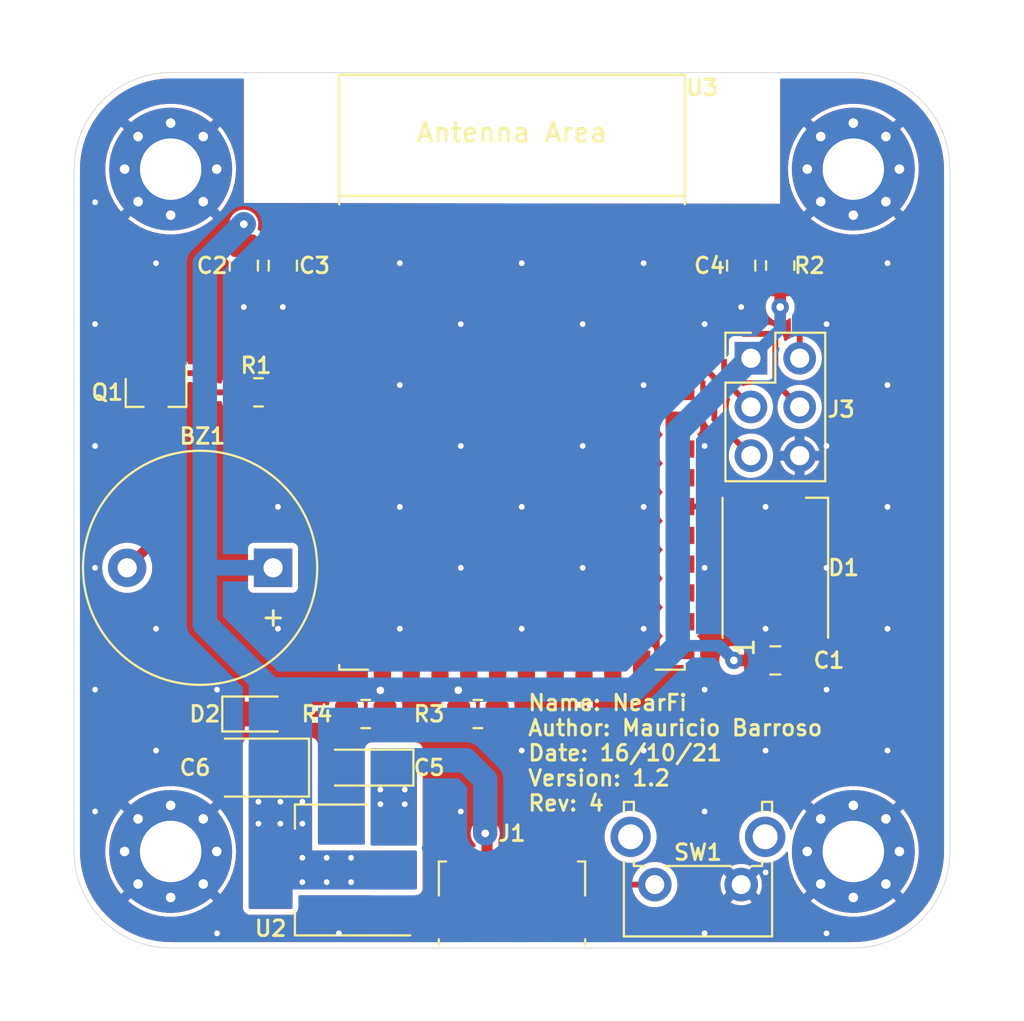
<source format=kicad_pcb>
(kicad_pcb (version 20211014) (generator pcbnew)
  (title_block (title "NearFi") (date "2021-10-16") (rev "4") (comment 3 "email: mbarrosobenavides@gmail.com") (comment 4 "Author: Mauricio Barroso Benavides"))
  (layers (0 "F.Cu" signal) (31 "B.Cu" signal) (34 "B.Paste" user) (35 "F.Paste" user) (36 "B.SilkS" user "B.Silkscreen") (37 "F.SilkS" user "F.Silkscreen") (38 "B.Mask" user) (39 "F.Mask" user) (44 "Edge.Cuts" user))
  (net 0 "")
  (net 1 "+3V3")
  (net 2 "GND")
  (net 3 "+5V")
  (net 4 "/RGB")
  (net 5 "Net-(D2-Pad2)")
  (net 7 "/RXD")
  (net 8 "/TXD")
  (net 9 "Net-(R3-Pad1)")
  (net 10 "Net-(BZ1-Pad2)")
  (net 11 "Net-(Q1-Pad1)")
  (net 12 "/BUZZER")
  (net 13 "/RESET")
  (net 14 "/BOOT")
  (net 15 "/FUNC")
  (footprint "Package_TO_SOT_SMD:SOT-223-3_TabPin2" (layer "F.Cu") (at 139.954 81.788 180)
    (fp_text reference "U2" (at 3.175 -3.048) (layer "F.SilkS") (effects (font (size 0.8128 0.8128) (thickness 0.1524))))
    (fp_text value "TLV1117-33")
    (fp_line (start -4.1 -3.41) (end 1.91 -3.41) (layer "F.SilkS") (width 0.12))
    (fp_line (start -1.85 3.41) (end 1.91 3.41) (layer "F.SilkS") (width 0.12))
    (fp_line (start 1.91 3.41) (end 1.91 2.15) (layer "F.SilkS") (width 0.12))
    (fp_line (start 1.91 -3.41) (end 1.91 -2.15) (layer "F.SilkS") (width 0.12))
    (pad "1" smd rect locked (at -3.15 -2.3 180) (size 2 1.5) (layers "F.Cu" "F.Paste" "F.Mask") (net 2 "GND"))
    (pad "2" smd rect locked (at -3.15 0 180) (size 2 1.5) (layers "F.Cu" "F.Paste" "F.Mask") (net 1 "+3V3"))
    (pad "2" smd rect locked (at 3.15 0 180) (size 2 3.8) (layers "F.Cu" "F.Paste" "F.Mask") (net 1 "+3V3"))
    (pad "3" smd rect locked (at -3.15 2.3 180) (size 2 1.5) (layers "F.Cu" "F.Paste" "F.Mask") (net 3 "+5V"))
  )
  (footprint "Capacitor_SMD:C_0805_2012Metric_Pad1.18x1.45mm_HandSolder" (layer "F.Cu") (at 163.068 70.866)
    (fp_text reference "C1" (at 2.794 0) (layer "F.SilkS") (effects (font (size 0.8128 0.8128) (thickness 0.1524))))
    (fp_text value "100n")
    (fp_line (start -0.261252 -0.735) (end 0.261252 -0.735) (layer "F.SilkS") (width 0.12))
    (fp_line (start -0.261252 0.735) (end 0.261252 0.735) (layer "F.SilkS") (width 0.12))
    (pad "1" smd roundrect locked (at -1.0375 0) (size 1.175 1.45) (layers "F.Cu" "F.Paste" "F.Mask") (roundrect_rratio 0.2127659574) (net 1 "+3V3"))
    (pad "2" smd roundrect locked (at 1.0375 0) (size 1.175 1.45) (layers "F.Cu" "F.Paste" "F.Mask") (roundrect_rratio 0.2127659574) (net 2 "GND"))
  )
  (footprint "Capacitor_SMD:C_0805_2012Metric_Pad1.18x1.45mm_HandSolder" (layer "F.Cu") (at 137.414 50.292 90)
    (fp_text reference "C3" (at 0 1.651 180) (layer "F.SilkS") (effects (font (size 0.8128 0.8128) (thickness 0.1524))))
    (fp_text value "100n")
    (fp_line (start -0.261252 -0.735) (end 0.261252 -0.735) (layer "F.SilkS") (width 0.12))
    (fp_line (start -0.261252 0.735) (end 0.261252 0.735) (layer "F.SilkS") (width 0.12))
    (pad "1" smd roundrect locked (at -1.0375 0 90) (size 1.175 1.45) (layers "F.Cu" "F.Paste" "F.Mask") (roundrect_rratio 0.2127659574) (net 2 "GND"))
    (pad "2" smd roundrect locked (at 1.0375 0 90) (size 1.175 1.45) (layers "F.Cu" "F.Paste" "F.Mask") (roundrect_rratio 0.2127659574) (net 1 "+3V3"))
  )
  (footprint "Capacitor_SMD:C_0805_2012Metric_Pad1.18x1.45mm_HandSolder" (layer "F.Cu") (at 135.382 50.292 90)
    (fp_text reference "C2" (at 0 -1.651 180) (layer "F.SilkS") (effects (font (size 0.8128 0.8128) (thickness 0.1524))))
    (fp_text value "22u")
    (fp_line (start -0.261252 0.735) (end 0.261252 0.735) (layer "F.SilkS") (width 0.12))
    (fp_line (start -0.261252 -0.735) (end 0.261252 -0.735) (layer "F.SilkS") (width 0.12))
    (pad "1" smd roundrect locked (at -1.0375 0 90) (size 1.175 1.45) (layers "F.Cu" "F.Paste" "F.Mask") (roundrect_rratio 0.2127659574) (net 2 "GND"))
    (pad "2" smd roundrect locked (at 1.0375 0 90) (size 1.175 1.45) (layers "F.Cu" "F.Paste" "F.Mask") (roundrect_rratio 0.2127659574) (net 1 "+3V3"))
  )
  (footprint "Capacitor_SMD:C_0805_2012Metric_Pad1.18x1.45mm_HandSolder" (layer "F.Cu") (at 161.29 50.292 90)
    (fp_text reference "C4" (at 0 -1.651 180) (layer "F.SilkS") (effects (font (size 0.8128 0.8128) (thickness 0.1524))))
    (fp_text value "1u")
    (fp_line (start -0.261252 0.735) (end 0.261252 0.735) (layer "F.SilkS") (width 0.12))
    (fp_line (start -0.261252 -0.735) (end 0.261252 -0.735) (layer "F.SilkS") (width 0.12))
    (pad "1" smd roundrect locked (at -1.0375 0 90) (size 1.175 1.45) (layers "F.Cu" "F.Paste" "F.Mask") (roundrect_rratio 0.2127659574) (net 2 "GND"))
    (pad "2" smd roundrect locked (at 1.0375 0 90) (size 1.175 1.45) (layers "F.Cu" "F.Paste" "F.Mask") (roundrect_rratio 0.2127659574) (net 13 "/RESET"))
  )
  (footprint "Connector_USB:USB_Micro-B_Molex_47346-0001" (layer "F.Cu") (at 149.352 83.058)
    (fp_text reference "J1" (at 0 -3.175 180) (layer "F.SilkS") (effects (font (size 0.8128 0.8128) (thickness 0.1524))))
    (fp_text value "PWR_CONN")
    (fp_line (start -3.81 0.06) (end -3.81 -1.71) (layer "F.SilkS") (width 0.12))
    (fp_line (start 3.81 -1.71) (end 3.43 -1.71) (layer "F.SilkS") (width 0.12))
    (fp_line (start -3.81 -1.71) (end -3.43 -1.71) (layer "F.SilkS") (width 0.12))
    (fp_line (start -3.81 2.6) (end -3.81 2.34) (layer "F.SilkS") (width 0.12))
    (fp_line (start 3.81 -1.71) (end 3.81 0.06) (layer "F.SilkS") (width 0.12))
    (fp_line (start 3.81 2.34) (end 3.81 2.6) (layer "F.SilkS") (width 0.12))
    (pad "1" smd rect locked (at -1.3 -1.46) (size 0.45 1.38) (layers "F.Cu" "F.Paste" "F.Mask") (net 3 "+5V"))
    (pad "2" smd rect locked (at -0.65 -1.46) (size 0.45 1.38) (layers "F.Cu" "F.Paste" "F.Mask"))
    (pad "3" smd rect locked (at 0 -1.46) (size 0.45 1.38) (layers "F.Cu" "F.Paste" "F.Mask"))
    (pad "4" smd rect locked (at 0.65 -1.46) (size 0.45 1.38) (layers "F.Cu" "F.Paste" "F.Mask"))
    (pad "5" smd rect locked (at 1.3 -1.46) (size 0.45 1.38) (layers "F.Cu" "F.Paste" "F.Mask") (net 2 "GND"))
    (pad "6" smd rect locked (at 3.375 1.2) (size 1.65 1.3) (layers "F.Cu" "F.Paste" "F.Mask"))
    (pad "6" smd rect locked (at 1.55 1.2) (size 1 1.9) (layers "F.Cu" "F.Paste" "F.Mask"))
    (pad "6" smd rect locked (at -2.4875 -1.375) (size 1.425 1.55) (layers "F.Cu" "F.Paste" "F.Mask"))
    (pad "6" smd rect locked (at -1.15 1.2) (size 1.8 1.9) (layers "F.Cu" "F.Paste" "F.Mask"))
    (pad "6" smd rect locked (at -3.375 1.2) (size 1.65 1.3) (layers "F.Cu" "F.Paste" "F.Mask"))
    (pad "6" smd rect locked (at 2.4875 -1.375) (size 1.425 1.55) (layers "F.Cu" "F.Paste" "F.Mask"))
  )
  (footprint "MountingHole:MountingHole_3.2mm_M3_Pad_Via" (layer "F.Cu") (at 167.132 45.2628)
    (fp_text reference "H3" hide)
    (fp_text value "MountingHole_Pad")
    (pad "1" thru_hole circle locked (at 0 0) (size 6.4 6.4) (drill 3.2) (layers *.Cu *.Mask) (net 2 "GND"))
    (pad "1" thru_hole circle locked (at -1.697056 1.697056) (size 0.8 0.8) (drill 0.5) (layers *.Cu *.Mask) (net 2 "GND"))
    (pad "1" thru_hole circle locked (at 1.697056 -1.697056) (size 0.8 0.8) (drill 0.5) (layers *.Cu *.Mask) (net 2 "GND"))
    (pad "1" thru_hole circle locked (at 0 -2.4) (size 0.8 0.8) (drill 0.5) (layers *.Cu *.Mask) (net 2 "GND"))
    (pad "1" thru_hole circle locked (at -1.697056 -1.697056) (size 0.8 0.8) (drill 0.5) (layers *.Cu *.Mask) (net 2 "GND"))
    (pad "1" thru_hole circle locked (at 2.4 0) (size 0.8 0.8) (drill 0.5) (layers *.Cu *.Mask) (net 2 "GND"))
    (pad "1" thru_hole circle locked (at -2.4 0) (size 0.8 0.8) (drill 0.5) (layers *.Cu *.Mask) (net 2 "GND"))
    (pad "1" thru_hole circle locked (at 0 2.4) (size 0.8 0.8) (drill 0.5) (layers *.Cu *.Mask) (net 2 "GND"))
    (pad "1" thru_hole circle locked (at 1.697056 1.697056) (size 0.8 0.8) (drill 0.5) (layers *.Cu *.Mask) (net 2 "GND"))
  )
  (footprint "MountingHole:MountingHole_3.2mm_M3_Pad_Via" (layer "F.Cu") (at 131.572 45.2628)
    (fp_text reference "H4" hide)
    (fp_text value "MountingHole_Pad")
    (pad "1" thru_hole circle locked (at 2.4 0) (size 0.8 0.8) (drill 0.5) (layers *.Cu *.Mask) (net 2 "GND"))
    (pad "1" thru_hole circle locked (at -1.697056 -1.697056) (size 0.8 0.8) (drill 0.5) (layers *.Cu *.Mask) (net 2 "GND"))
    (pad "1" thru_hole circle locked (at -2.4 0) (size 0.8 0.8) (drill 0.5) (layers *.Cu *.Mask) (net 2 "GND"))
    (pad "1" thru_hole circle locked (at 0 2.4) (size 0.8 0.8) (drill 0.5) (layers *.Cu *.Mask) (net 2 "GND"))
    (pad "1" thru_hole circle locked (at 0 0) (size 6.4 6.4) (drill 3.2) (layers *.Cu *.Mask) (net 2 "GND"))
    (pad "1" thru_hole circle locked (at 1.697056 -1.697056) (size 0.8 0.8) (drill 0.5) (layers *.Cu *.Mask) (net 2 "GND"))
    (pad "1" thru_hole circle locked (at 0 -2.4) (size 0.8 0.8) (drill 0.5) (layers *.Cu *.Mask) (net 2 "GND"))
    (pad "1" thru_hole circle locked (at -1.697056 1.697056) (size 0.8 0.8) (drill 0.5) (layers *.Cu *.Mask) (net 2 "GND"))
    (pad "1" thru_hole circle locked (at 1.697056 1.697056) (size 0.8 0.8) (drill 0.5) (layers *.Cu *.Mask) (net 2 "GND"))
  )
  (footprint "MountingHole:MountingHole_3.2mm_M3_Pad_Via" (layer "F.Cu") (at 167.132 80.8228)
    (fp_text reference "H2" hide)
    (fp_text value "MountingHole_Pad")
    (pad "1" thru_hole circle locked (at 0 -2.4) (size 0.8 0.8) (drill 0.5) (layers *.Cu *.Mask) (net 2 "GND"))
    (pad "1" thru_hole circle locked (at -1.697056 -1.697056) (size 0.8 0.8) (drill 0.5) (layers *.Cu *.Mask) (net 2 "GND"))
    (pad "1" thru_hole circle locked (at -1.697056 1.697056) (size 0.8 0.8) (drill 0.5) (layers *.Cu *.Mask) (net 2 "GND"))
    (pad "1" thru_hole circle locked (at 1.697056 -1.697056) (size 0.8 0.8) (drill 0.5) (layers *.Cu *.Mask) (net 2 "GND"))
    (pad "1" thru_hole circle locked (at -2.4 0) (size 0.8 0.8) (drill 0.5) (layers *.Cu *.Mask) (net 2 "GND"))
    (pad "1" thru_hole circle locked (at 0 2.4) (size 0.8 0.8) (drill 0.5) (layers *.Cu *.Mask) (net 2 "GND"))
    (pad "1" thru_hole circle locked (at 1.697056 1.697056) (size 0.8 0.8) (drill 0.5) (layers *.Cu *.Mask) (net 2 "GND"))
    (pad "1" thru_hole circle locked (at 0 0) (size 6.4 6.4) (drill 3.2) (layers *.Cu *.Mask) (net 2 "GND"))
    (pad "1" thru_hole circle locked (at 2.4 0) (size 0.8 0.8) (drill 0.5) (layers *.Cu *.Mask) (net 2 "GND"))
  )
  (footprint "MountingHole:MountingHole_3.2mm_M3_Pad_Via" (layer "F.Cu") (at 131.572 80.8228)
    (fp_text reference "H1" hide)
    (fp_text value "MountingHole_Pad")
    (pad "1" thru_hole circle locked (at -2.4 0) (size 0.8 0.8) (drill 0.5) (layers *.Cu *.Mask) (net 2 "GND"))
    (pad "1" thru_hole circle locked (at 1.697056 -1.697056) (size 0.8 0.8) (drill 0.5) (layers *.Cu *.Mask) (net 2 "GND"))
    (pad "1" thru_hole circle locked (at 2.4 0) (size 0.8 0.8) (drill 0.5) (layers *.Cu *.Mask) (net 2 "GND"))
    (pad "1" thru_hole circle locked (at 0 -2.4) (size 0.8 0.8) (drill 0.5) (layers *.Cu *.Mask) (net 2 "GND"))
    (pad "1" thru_hole circle locked (at -1.697056 -1.697056) (size 0.8 0.8) (drill 0.5) (layers *.Cu *.Mask) (net 2 "GND"))
    (pad "1" thru_hole circle locked (at 0 0) (size 6.4 6.4) (drill 3.2) (layers *.Cu *.Mask) (net 2 "GND"))
    (pad "1" thru_hole circle locked (at 0 2.4) (size 0.8 0.8) (drill 0.5) (layers *.Cu *.Mask) (net 2 "GND"))
    (pad "1" thru_hole circle locked (at -1.697056 1.697056) (size 0.8 0.8) (drill 0.5) (layers *.Cu *.Mask) (net 2 "GND"))
    (pad "1" thru_hole circle locked (at 1.697056 1.697056) (size 0.8 0.8) (drill 0.5) (layers *.Cu *.Mask) (net 2 "GND"))
  )
  (footprint "Package_TO_SOT_SMD:SOT-23" (layer "F.Cu") (at 130.81 56.896 -90)
    (fp_text reference "Q1" (at 0 2.54 180) (layer "F.SilkS") (effects (font (size 0.8128 0.8128) (thickness 0.1524))))
    (fp_text value "MMBT3904")
    (fp_line (start 0.76 -1.58) (end -1.4 -1.58) (layer "F.SilkS") (width 0.12))
    (fp_line (start 0.76 -1.58) (end 0.76 -0.65) (layer "F.SilkS") (width 0.12))
    (fp_line (start 0.76 1.58) (end -0.7 1.58) (layer "F.SilkS") (width 0.12))
    (fp_line (start 0.76 1.58) (end 0.76 0.65) (layer "F.SilkS") (width 0.12))
    (pad "1" smd rect locked (at -1 -0.95 270) (size 0.9 0.8) (layers "F.Cu" "F.Paste" "F.Mask") (net 11 "Net-(Q1-Pad1)"))
    (pad "2" smd rect locked (at -1 0.95 270) (size 0.9 0.8) (layers "F.Cu" "F.Paste" "F.Mask") (net 2 "GND"))
    (pad "3" smd rect locked (at 1 0 270) (size 0.9 0.8) (layers "F.Cu" "F.Paste" "F.Mask") (net 10 "Net-(BZ1-Pad2)"))
  )
  (footprint "Buzzer_Beeper:Buzzer_12x9.5RM7.6" (layer "F.Cu") (at 136.906 66.04 180)
    (fp_text reference "BZ1" (at 3.683 6.858) (layer "F.SilkS") (effects (font (size 0.8128 0.8128) (thickness 0.1524))))
    (fp_text value "Buzzer")
    (fp_text user "+" (at -0.01 -2.54) (layer "F.SilkS"))
    (fp_circle (center 3.8 0) (end 9.9 0) (layer "F.SilkS") (width 0.12) (fill none))
    (pad "1" thru_hole rect locked (at 0 0 180) (size 2 2) (drill 1) (layers *.Cu *.Mask) (net 1 "+3V3"))
    (pad "2" thru_hole circle locked (at 7.6 0 180) (size 2 2) (drill 1) (layers *.Cu *.Mask) (net 10 "Net-(BZ1-Pad2)"))
  )
  (footprint "Resistor_SMD:R_0805_2012Metric_Pad1.20x1.40mm_HandSolder" (layer "F.Cu") (at 136.144 56.896 180)
    (fp_text reference "R1" (at 0.127 1.397) (layer "F.SilkS") (effects (font (size 0.8128 0.8128) (thickness 0.1524))))
    (fp_text value "10K")
    (fp_line (start -0.227064 0.735) (end 0.227064 0.735) (layer "F.SilkS") (width 0.12))
    (fp_line (start -0.227064 -0.735) (end 0.227064 -0.735) (layer "F.SilkS") (width 0.12))
    (pad "1" smd roundrect locked (at -1 0 180) (size 1.2 1.4) (layers "F.Cu" "F.Paste" "F.Mask") (roundrect_rratio 0.2083325) (net 12 "/BUZZER"))
    (pad "2" smd roundrect locked (at 1 0 180) (size 1.2 1.4) (layers "F.Cu" "F.Paste" "F.Mask") (roundrect_rratio 0.2083325) (net 11 "Net-(Q1-Pad1)"))
  )
  (footprint "Resistor_SMD:R_0805_2012Metric_Pad1.20x1.40mm_HandSolder" (layer "F.Cu") (at 141.732 73.66)
    (fp_text reference "R4" (at -2.54 0) (layer "F.SilkS") (effects (font (size 0.8128 0.8128) (thickness 0.1524))))
    (fp_text value "5.1K")
    (fp_line (start -0.227064 -0.735) (end 0.227064 -0.735) (layer "F.SilkS") (width 0.12))
    (fp_line (start -0.227064 0.735) (end 0.227064 0.735) (layer "F.SilkS") (width 0.12))
    (pad "1" smd roundrect locked (at -1 0) (size 1.2 1.4) (layers "F.Cu" "F.Paste" "F.Mask") (roundrect_rratio 0.2083325) (net 5 "Net-(D2-Pad2)"))
    (pad "2" smd roundrect locked (at 1 0) (size 1.2 1.4) (layers "F.Cu" "F.Paste" "F.Mask") (roundrect_rratio 0.2083325) (net 1 "+3V3"))
  )
  (footprint "Capacitor_Tantalum_SMD:CP_EIA-3216-18_Kemet-A_Pad1.58x1.35mm_HandSolder" (layer "F.Cu") (at 141.732 76.454 180)
    (fp_text reference "C5" (at -3.302 0) (layer "F.SilkS") (effects (font (size 0.8128 0.8128) (thickness 0.1524))))
    (fp_text value "10u")
    (fp_line (start -2.485 0.935) (end 1.6 0.935) (layer "F.SilkS") (width 0.12))
    (fp_line (start -2.485 -0.935) (end -2.485 0.935) (layer "F.SilkS") (width 0.12))
    (fp_line (start 1.6 -0.935) (end -2.485 -0.935) (layer "F.SilkS") (width 0.12))
    (pad "1" smd roundrect locked (at -1.4375 0 180) (size 1.575 1.35) (layers "F.Cu" "F.Paste" "F.Mask") (roundrect_rratio 0.1851844444) (net 3 "+5V"))
    (pad "2" smd roundrect locked (at 1.4375 0 180) (size 1.575 1.35) (layers "F.Cu" "F.Paste" "F.Mask") (roundrect_rratio 0.1851844444) (net 2 "GND"))
  )
  (footprint "Button_Switch_THT:SW_Tactile_SPST_Angled_PTS645Vx31-2LFS" (layer "F.Cu") (at 161.29 82.55 180)
    (fp_text reference "SW1" (at 2.25 1.68) (layer "F.SilkS") (effects (font (size 0.8128 0.8128) (thickness 0.1524))))
    (fp_text value "FUNCTION")
    (fp_line (start -1.09 0.97) (end -0.55 0.97) (layer "F.SilkS") (width 0.12))
    (fp_line (start -1.61 3.8) (end -1.61 4.31) (layer "F.SilkS") (width 0.12))
    (fp_line (start 0.55 0.97) (end 3.95 0.97) (layer "F.SilkS") (width 0.12))
    (fp_line (start -1.09 3.8) (end -1.09 4.31) (layer "F.SilkS") (width 0.12))
    (fp_line (start 5.59 4.31) (end 6.11 4.31) (layer "F.SilkS") (width 0.12))
    (fp_line (start -1.61 -2.7) (end 6.11 -2.7) (layer "F.SilkS") (width 0.12))
    (fp_line (start 5.59 0.97) (end 5.59 1.2) (layer "F.SilkS") (width 0.12))
    (fp_line (start -1.61 4.31) (end -1.09 4.31) (layer "F.SilkS") (width 0.12))
    (fp_line (start 6.11 -2.7) (end 6.11 1.2) (layer "F.SilkS") (width 0.12))
    (fp_line (start -1.09 0.97) (end -1.09 1.2) (layer "F.SilkS") (width 0.12))
    (fp_line (start 5.05 0.97) (end 5.59 0.97) (layer "F.SilkS") (width 0.12))
    (fp_line (start -1.61 -2.7) (end -1.61 1.2) (layer "F.SilkS") (width 0.12))
    (fp_line (start 6.11 3.8) (end 6.11 4.31) (layer "F.SilkS") (width 0.12))
    (fp_line (start 5.59 3.8) (end 5.59 4.31) (layer "F.SilkS") (width 0.12))
    (pad "" thru_hole circle locked (at 5.76 2.49 180) (size 2.1 2.1) (drill 1.3) (layers *.Cu *.Mask))
    (pad "" thru_hole circle locked (at -1.25 2.49 180) (size 2.1 2.1) (drill 1.3) (layers *.Cu *.Mask))
    (pad "1" thru_hole circle locked (at 0 0 180) (size 1.75 1.75) (drill 0.99) (layers *.Cu *.Mask) (net 2 "GND"))
    (pad "2" thru_hole circle locked (at 4.5 0 180) (size 1.75 1.75) (drill 0.99) (layers *.Cu *.Mask) (net 15 "/FUNC"))
  )
  (footprint "Connector_PinHeader_2.54mm:PinHeader_2x03_P2.54mm_Vertical" (layer "F.Cu") (at 161.798 55.118)
    (fp_text reference "J3" (at 4.699 2.667) (layer "F.SilkS") (effects (font (size 0.8128 0.8128) (thickness 0.1524))))
    (fp_text value "CONN_PROG")
    (fp_line (start 1.27 -1.33) (end 3.87 -1.33) (layer "F.SilkS") (width 0.12))
    (fp_line (start 3.87 -1.33) (end 3.87 6.41) (layer "F.SilkS") (width 0.12))
    (fp_line (start -1.33 1.27) (end -1.33 6.41) (layer "F.SilkS") (width 0.12))
    (fp_line (start 1.27 1.27) (end 1.27 -1.33) (layer "F.SilkS") (width 0.12))
    (fp_line (start -1.33 0) (end -1.33 -1.33) (layer "F.SilkS") (width 0.12))
    (fp_line (start -1.33 -1.33) (end 0 -1.33) (layer "F.SilkS") (width 0.12))
    (fp_line (start -1.33 6.41) (end 3.87 6.41) (layer "F.SilkS") (width 0.12))
    (fp_line (start -1.33 1.27) (end 1.27 1.27) (layer "F.SilkS") (width 0.12))
    (pad "1" thru_hole rect locked (at 0 0) (size 1.7 1.7) (drill 1) (layers *.Cu *.Mask) (net 1 "+3V3"))
    (pad "2" thru_hole oval locked (at 2.54 0) (size 1.7 1.7) (drill 1) (layers *.Cu *.Mask) (net 13 "/RESET"))
    (pad "3" thru_hole oval locked (at 0 2.54) (size 1.7 1.7) (drill 1) (layers *.Cu *.Mask) (net 7 "/RXD"))
    (pad "4" thru_hole oval locked (at 2.54 2.54) (size 1.7 1.7) (drill 1) (layers *.Cu *.Mask) (net 14 "/BOOT"))
    (pad "5" thru_hole oval locked (at 0 5.08) (size 1.7 1.7) (drill 1) (layers *.Cu *.Mask) (net 8 "/TXD"))
    (pad "6" thru_hole oval locked (at 2.54 5.08) (size 1.7 1.7) (drill 1) (layers *.Cu *.Mask) (net 2 "GND"))
  )
  (footprint "Resistor_SMD:R_0805_2012Metric_Pad1.20x1.40mm_HandSolder" (layer "F.Cu") (at 163.322 50.292 -90)
    (fp_text reference "R2" (at 0 -1.524 180) (layer "F.SilkS") (effects (font (size 0.8128 0.8128) (thickness 0.1524))))
    (fp_text value "10K")
    (fp_line (start -0.227064 0.735) (end 0.227064 0.735) (layer "F.SilkS") (width 0.12))
    (fp_line (start -0.227064 -0.735) (end 0.227064 -0.735) (layer "F.SilkS") (width 0.12))
    (pad "1" smd roundrect locked (at -1 0 270) (size 1.2 1.4) (layers "F.Cu" "F.Paste" "F.Mask") (roundrect_rratio 0.2083325) (net 13 "/RESET"))
    (pad "2" smd roundrect locked (at 1 0 270) (size 1.2 1.4) (layers "F.Cu" "F.Paste" "F.Mask") (roundrect_rratio 0.2083325) (net 1 "+3V3"))
  )
  (footprint "LED_SMD:LED_WS2812B_PLCC4_5.0x5.0mm_P3.2mm" (layer "F.Cu") (at 163.068 66.04 90)
    (fp_text reference "D1" (at 0 3.556 180) (layer "F.SilkS") (effects (font (size 0.8128 0.8128) (thickness 0.1524))))
    (fp_text value "WS2812B")
    (fp_text user "1" (at -4.15 -1.6 90) (layer "F.SilkS"))
    (fp_line (start -3.65 2.75) (end 3.65 2.75) (layer "F.SilkS") (width 0.12))
    (fp_line (start -3.65 -2.75) (end 3.65 -2.75) (layer "F.SilkS") (width 0.12))
    (fp_line (start 3.65 2.75) (end 3.65 1.6) (layer "F.SilkS") (width 0.12))
    (pad "1" smd rect locked (at -2.45 -1.6 90) (size 1.5 1) (layers "F.Cu" "F.Paste" "F.Mask") (net 1 "+3V3"))
    (pad "2" smd rect locked (at -2.45 1.6 90) (size 1.5 1) (layers "F.Cu" "F.Paste" "F.Mask"))
    (pad "3" smd rect locked (at 2.45 1.6 90) (size 1.5 1) (layers "F.Cu" "F.Paste" "F.Mask") (net 2 "GND"))
    (pad "4" smd rect locked (at 2.45 -1.6 90) (size 1.5 1) (layers "F.Cu" "F.Paste" "F.Mask") (net 4 "/RGB"))
  )
  (footprint "Espressif:ESP32-S2-WROOM" (layer "F.Cu") (at 149.352 59)
    (fp_text reference "U3" (at 9.906 -17.979) (layer "F.SilkS") (effects (font (size 0.8128 0.8128) (thickness 0.1524))))
    (fp_text value "ESP32-S2-WROOM")
    (fp_text user "Antenna Area" (at 0 -15.65) (layer "F.SilkS"))
    (fp_line (start 9 12.1) (end 9 12.35) (layer "F.SilkS") (width 0.12))
    (fp_line (start -9 -18.65) (end -9 -11.9) (layer "F.SilkS") (width 0.12))
    (fp_line (start 9 -12.35) (end -9 -12.35) (layer "F.SilkS") (width 0.12))
    (fp_line (start -9 12.1) (end -9 12.35) (layer "F.SilkS") (width 0.12))
    (fp_line (start -9 12.35) (end -7.5 12.35) (layer "F.SilkS") (width 0.12))
    (fp_line (start 9 12.35) (end 7.5 12.35) (layer "F.SilkS") (width 0.12))
    (fp_line (start 9 -11.9) (end 9 -18.65) (layer "F.SilkS") (width 0.12))
    (fp_line (start -9 -18.65) (end 9 -18.65) (layer "F.SilkS") (width 0.12))
    (pad "1" smd rect locked (at -8.75 -11.15) (size 1.5 0.9) (layers "F.Cu" "F.Paste" "F.Mask") (net 2 "GND"))
    (pad "2" smd rect locked (at -8.75 -9.65) (size 1.5 0.9) (layers "F.Cu" "F.Paste" "F.Mask") (net 1 "+3V3"))
    (pad "3" smd rect locked (at -8.75 -8.15) (size 1.5 0.9) (layers "F.Cu" "F.Paste" "F.Mask") (net 14 "/BOOT"))
    (pad "4" smd rect locked (at -8.75 -6.65) (size 1.5 0.9) (layers "F.Cu" "F.Paste" "F.Mask"))
    (pad "5" smd rect locked (at -8.75 -5.15) (size 1.5 0.9) (layers "F.Cu" "F.Paste" "F.Mask"))
    (pad "6" smd rect locked (at -8.75 -3.65) (size 1.5 0.9) (layers "F.Cu" "F.Paste" "F.Mask"))
    (pad "7" smd rect locked (at -8.75 -2.15) (size 1.5 0.9) (layers "F.Cu" "F.Paste" "F.Mask") (net 12 "/BUZZER"))
    (pad "8" smd rect locked (at -8.75 -0.65) (size 1.5 0.9) (layers "F.Cu" "F.Paste" "F.Mask"))
    (pad "9" smd rect locked (at -8.75 0.85) (size 1.5 0.9) (layers "F.Cu" "F.Paste" "F.Mask"))
    (pad "10" smd rect locked (at -8.75 2.35) (size 1.5 0.9) (layers "F.Cu" "F.Paste" "F.Mask"))
    (pad "11" smd rect locked (at -8.75 3.85) (size 1.5 0.9) (layers "F.Cu" "F.Paste" "F.Mask"))
    (pad "12" smd rect locked (at -8.75 5.35) (size 1.5 0.9) (layers "F.Cu" "F.Paste" "F.Mask"))
    (pad "13" smd rect locked (at -8.75 6.85) (size 1.5 0.9) (layers "F.Cu" "F.Paste" "F.Mask"))
    (pad "14" smd rect locked (at -8.75 8.35) (size 1.5 0.9) (layers "F.Cu" "F.Paste" "F.Mask"))
    (pad "15" smd rect locked (at -8.75 9.85) (size 1.5 0.9) (layers "F.Cu" "F.Paste" "F.Mask"))
    (pad "16" smd rect locked (at -8.75 11.35) (size 1.5 0.9) (layers "F.Cu" "F.Paste" "F.Mask"))
    (pad "17" smd rect locked (at -6.75 12.1 90) (size 1.5 0.9) (layers "F.Cu" "F.Paste" "F.Mask"))
    (pad "18" smd rect locked (at -5.25 12.1 90) (size 1.5 0.9) (layers "F.Cu" "F.Paste" "F.Mask"))
    (pad "19" smd rect locked (at -3.75 12.1 90) (size 1.5 0.9) (layers "F.Cu" "F.Paste" "F.Mask"))
    (pad "20" smd rect locked (at -2.25 12.1 90) (size 1.5 0.9) (layers "F.Cu" "F.Paste" "F.Mask"))
    (pad "21" smd rect locked (at -0.75 12.1 90) (size 1.5 0.9) (layers "F.Cu" "F.Paste" "F.Mask") (net 9 "Net-(R3-Pad1)"))
    (pad "22" smd rect locked (at 0.75 12.1 90) (size 1.5 0.9) (layers "F.Cu" "F.Paste" "F.Mask"))
    (pad "23" smd rect locked (at 2.25 12.1 90) (size 1.5 0.9) (layers "F.Cu" "F.Paste" "F.Mask"))
    (pad "24" smd rect locked (at 3.75 12.1 90) (size 1.5 0.9) (layers "F.Cu" "F.Paste" "F.Mask") (net 15 "/FUNC"))
    (pad "25" smd rect locked (at 5.25 12.1 90) (size 1.5 0.9) (layers "F.Cu" "F.Paste" "F.Mask"))
    (pad "26" smd rect locked (at 6.75 12.1 90) (size 1.5 0.9) (layers "F.Cu" "F.Paste" "F.Mask") (net 2 "GND"))
    (pad "27" smd rect locked (at 8.75 11.35 180) (size 1.5 0.9) (layers "F.Cu" "F.Paste" "F.Mask"))
    (pad "28" smd rect locked (at 8.75 9.85 180) (size 1.5 0.9) (layers "F.Cu" "F.Paste" "F.Mask"))
    (pad "29" smd rect locked (at 8.75 8.35 180) (size 1.5 0.9) (layers "F.Cu" "F.Paste" "F.Mask"))
    (pad "30" smd rect locked (at 8.75 6.85 180) (size 1.5 0.9) (layers "F.Cu" "F.Paste" "F.Mask"))
    (pad "31" smd rect locked (at 8.75 5.35 180) (size 1.5 0.9) (layers "F.Cu" "F.Paste" "F.Mask"))
    (pad "32" smd rect locked (at 8.75 3.85 180) (size 1.5 0.9) (layers "F.Cu" "F.Paste" "F.Mask") (net 4 "/RGB"))
    (pad "33" smd rect locked (at 8.75 2.35 180) (size 1.5 0.9) (layers "F.Cu" "F.Paste" "F.Mask"))
    (pad "34" smd rect locked (at 8.75 0.85 180) (size 1.5 0.9) (layers "F.Cu" "F.Paste" "F.Mask"))
    (pad "35" smd rect locked (at 8.75 -0.65 180) (size 1.5 0.9) (layers "F.Cu" "F.Paste" "F.Mask"))
    (pad "36" smd rect locked (at 8.75 -2.15 180) (size 1.5 0.9) (layers "F.Cu" "F.Paste" "F.Mask"))
    (pad "37" smd rect locked (at 8.75 -3.65 180) (size 1.5 0.9) (layers "F.Cu" "F.Paste" "F.Mask") (net 8 "/TXD"))
    (pad "38" smd rect locked (at 8.75 -5.15 180) (size 1.5 0.9) (layers "F.Cu" "F.Paste" "F.Mask") (net 7 "/RXD"))
    (pad "39" smd rect locked (at 8.75 -6.65 180) (size 1.5 0.9) (layers "F.Cu" "F.Paste" "F.Mask"))
    (pad "40" smd rect locked (at 8.75 -8.15 180) (size 1.5 0.9) (layers "F.Cu" "F.Paste" "F.Mask"))
    (pad "41" smd rect locked (at 8.75 -9.65 180) (size 1.5 0.9) (layers "F.Cu" "F.Paste" "F.Mask") (net 13 "/RESET"))
    (pad "42" smd rect locked (at 8.75 -11.15 180) (size 1.5 0.9) (layers "F.Cu" "F.Paste" "F.Mask") (net 2 "GND"))
    (pad "43" smd rect locked (at -2.69 -4.65 180) (size 1.1 1.1) (layers "F.Cu" "F.Paste" "F.Mask") (net 2 "GND"))
    (pad "43" smd rect locked (at -1.19 -1.6 180) (size 1.1 1.1) (layers "F.Cu" "F.Paste" "F.Mask") (net 2 "GND"))
    (pad "43" smd rect locked (at 0.31 -3.1 180) (size 1.1 1.1) (layers "F.Cu" "F.Paste" "F.Mask") (net 2 "GND"))
    (pad "43" smd rect locked (at 0.31 -4.65 180) (size 1.1 1.1) (layers "F.Cu" "F.Paste" "F.Mask") (net 2 "GND"))
    (pad "43" smd rect locked (at -2.69 -1.6 180) (size 1.1 1.1) (layers "F.Cu" "F.Paste" "F.Mask") (net 2 "GND"))
    (pad "43" smd rect locked (at -1.19 -4.65 180) (size 1.1 1.1) (layers "F.Cu" "F.Paste" "F.Mask") (net 2 "GND"))
    (pad "43" smd rect locked (at -1.19 -3.1 180) (size 1.1 1.1) (layers "F.Cu" "F.Paste" "F.Mask") (net 2 "GND"))
    (pad "43" smd rect locked (at -2.69 -3.1 180) (size 1.1 1.1) (layers "F.Cu" "F.Paste" "F.Mask") (net 2 "GND"))
    (pad "43" smd rect locked (at 0.31 -1.6 180) (size 1.1 1.1) (layers "F.Cu" "F.Paste" "F.Mask") (net 2 "GND"))
  )
  (footprint "Capacitor_Tantalum_SMD:CP_EIA-3528-21_Kemet-B_Pad1.50x2.35mm_HandSolder" (layer "F.Cu") (at 136.144 76.454 180)
    (fp_text reference "C6" (at 3.302 0) (layer "F.SilkS") (effects (font (size 0.8128 0.8128) (thickness 0.1524))))
    (fp_text value "100u")
    (fp_line (start 1.75 -1.51) (end -2.635 -1.51) (layer "F.SilkS") (width 0.12))
    (fp_line (start -2.635 1.51) (end 1.75 1.51) (layer "F.SilkS") (width 0.12))
    (fp_line (start -2.635 -1.51) (end -2.635 1.51) (layer "F.SilkS") (width 0.12))
    (pad "1" smd roundrect locked (at -1.625 0 180) (size 1.5 2.35) (layers "F.Cu" "F.Paste" "F.Mask") (roundrect_rratio 0.1666666667) (net 1 "+3V3"))
    (pad "2" smd roundrect locked (at 1.625 0 180) (size 1.5 2.35) (layers "F.Cu" "F.Paste" "F.Mask") (roundrect_rratio 0.1666666667) (net 2 "GND"))
  )
  (footprint "LED_SMD:LED_0805_2012Metric_Castellated" (layer "F.Cu") (at 136.144 73.66)
    (fp_text reference "D2" (at -2.794 0) (layer "F.SilkS") (effects (font (size 0.8128 0.8128) (thickness 0.1524))))
    (fp_text value "LED_PWR")
    (fp_line (start -1.885 0.91) (end 1 0.91) (layer "F.SilkS") (width 0.12))
    (fp_line (start -1.885 -0.91) (end -1.885 0.91) (layer "F.SilkS") (width 0.12))
    (fp_line (start 1 -0.91) (end -1.885 -0.91) (layer "F.SilkS") (width 0.12))
    (pad "1" smd roundrect locked (at -0.9625 0) (size 1.325 1.3) (layers "F.Cu" "F.Paste" "F.Mask") (roundrect_rratio 0.1923069231) (net 2 "GND"))
    (pad "2" smd roundrect locked (at 0.9625 0) (size 1.325 1.3) (layers "F.Cu" "F.Paste" "F.Mask") (roundrect_rratio 0.1923069231) (net 5 "Net-(D2-Pad2)"))
  )
  (footprint "Resistor_SMD:R_0805_2012Metric_Pad1.20x1.40mm_HandSolder" (layer "F.Cu") (at 147.574 73.66 180)
    (fp_text reference "R3" (at 2.54 0) (layer "F.SilkS") (effects (font (size 0.8128 0.8128) (thickness 0.1524))))
    (fp_text value "10K")
    (fp_line (start -0.227064 0.735) (end 0.227064 0.735) (layer "F.SilkS") (width 0.12))
    (fp_line (start -0.227064 -0.735) (end 0.227064 -0.735) (layer "F.SilkS") (width 0.12))
    (pad "1" smd roundrect locked (at -1 0 180) (size 1.2 1.4) (layers "F.Cu" "F.Paste" "F.Mask") (roundrect_rratio 0.2083325) (net 9 "Net-(R3-Pad1)"))
    (pad "2" smd roundrect locked (at 1 0 180) (size 1.2 1.4) (layers "F.Cu" "F.Paste" "F.Mask") (roundrect_rratio 0.2083325) (net 1 "+3V3"))
  )
  (gr_line (start 126.5428 80.8228) (end 126.5428 45.2628) (layer "Edge.Cuts") (width 0.038099))
  (gr_arc (start 167.132 40.2336) (mid 170.688181 41.706619) (end 172.1612 45.2628) (layer "Edge.Cuts") (width 0.038099))
  (gr_arc (start 126.5428 45.2628) (mid 128.015819 41.706619) (end 131.572 40.2336) (layer "Edge.Cuts") (width 0.038099))
  (gr_arc (start 172.1612 80.8228) (mid 170.688181 84.378981) (end 167.132 85.852) (layer "Edge.Cuts") (width 0.038099))
  (gr_arc (start 131.572 85.852) (mid 128.015819 84.378981) (end 126.5428 80.8228) (layer "Edge.Cuts") (width 0.038099))
  (gr_line (start 131.572 40.2336) (end 167.132 40.2336) (layer "Edge.Cuts") (width 0.038099))
  (gr_line (start 172.1612 45.2628) (end 172.1612 80.8228) (layer "Edge.Cuts") (width 0.038099))
  (gr_line (start 167.132 85.852) (end 131.572 85.852) (layer "Edge.Cuts") (width 0.038099))
  (gr_text "Name: NearFi\nAuthor: Mauricio Barroso\nDate: 16/10/21\nVersion: 1.2\nRev: 4\n" (at 150.114 75.692) (layer "F.SilkS") (effects (font (size 0.8128 0.8128) (thickness 0.1524)) (justify left)))
  (segment (start 135.382 49.2545) (end 135.382 48.133) (width 0.8128) (layer "F.Cu") (net 1))
  (segment (start 161.468 69.393) (end 161.468 68.49) (width 0.6096) (layer "F.Cu") (net 1))
  (segment (start 142.732 72.665002) (end 142.494 72.427002) (width 0.508) (layer "F.Cu") (net 1))
  (segment (start 140.602 49.35) (end 137.5095 49.35) (width 0.8128) (layer "F.Cu") (net 1))
  (segment (start 142.732 73.66) (end 142.732 72.665002) (width 0.508) (layer "F.Cu") (net 1))
  (segment (start 162.0305 69.9555) (end 161.468 69.393) (width 0.6096) (layer "F.Cu") (net 1))
  (segment (start 137.5095 49.35) (end 137.414 49.2545) (width 0.8128) (layer "F.Cu") (net 1))
  (segment (start 146.574 72.439407) (end 146.553047 72.418454) (width 0.508) (layer "F.Cu") (net 1))
  (segment (start 135.382 49.2545) (end 137.414 49.2545) (width 0.8128) (layer "F.Cu") (net 1))
  (segment (start 146.574 73.66) (end 146.574 72.439407) (width 0.508) (layer "F.Cu") (net 1))
  (segment (start 163.322 51.292) (end 163.322 52.451) (width 0.6096) (layer "F.Cu") (net 1))
  (segment (start 162.0305 70.866) (end 160.909 70.866) (width 0.6096) (layer "F.Cu") (net 1))
  (segment (start 162.0305 70.866) (end 162.0305 69.9555) (width 0.6096) (layer "F.Cu") (net 1))
  (via (at 136.144 78.232) (size 0.6) (drill 0.3) (layers "F.Cu" "B.Cu") (net 1))
  (via (at 138.43 81.153) (size 0.6) (drill 0.3) (layers "F.Cu" "B.Cu") (net 1))
  (via (at 136.144 79.375) (size 0.6) (drill 0.3) (layers "F.Cu" "B.Cu") (net 1))
  (via (at 140.97 82.423) (size 0.6) (drill 0.3) (layers "F.Cu" "B.Cu") (net 1))
  (via (at 137.287 78.232) (size 0.6) (drill 0.3) (layers "F.Cu" "B.Cu") (net 1))
  (via (at 135.382 48.133) (size 0.9) (drill 0.4) (layers "F.Cu" "B.Cu") (net 1))
  (via (at 163.322 52.451) (size 0.9) (drill 0.4) (layers "F.Cu" "B.Cu") (net 1))
  (via (at 137.287 79.375) (size 0.6) (drill 0.3) (layers "F.Cu" "B.Cu") (net 1))
  (via (at 138.43 78.232) (size 0.6) (drill 0.3) (layers "F.Cu" "B.Cu") (net 1))
  (via (at 139.7 82.423) (size 0.6) (drill 0.3) (layers "F.Cu" "B.Cu") (net 1))
  (via (at 138.43 79.375) (size 0.6) (drill 0.3) (layers "F.Cu" "B.Cu") (net 1))
  (via (at 138.43 82.423) (size 0.6) (drill 0.3) (layers "F.Cu" "B.Cu") (net 1))
  (via (at 139.7 81.153) (size 0.6) (drill 0.3) (layers "F.Cu" "B.Cu") (net 1))
  (via (at 140.97 81.153) (size 0.6) (drill 0.3) (layers "F.Cu" "B.Cu") (net 1))
  (via (at 142.494 72.427002) (size 0.9) (drill 0.4) (layers "F.Cu" "B.Cu") (net 1))
  (via (at 160.909 70.866) (size 0.9) (drill 0.4) (layers "F.Cu" "B.Cu") (net 1))
  (via (at 146.553047 72.418454) (size 0.9) (drill 0.4) (layers "F.Cu" "B.Cu") (net 1))
  (segment (start 136.779 72.39) (end 155.702 72.39) (width 1.27) (layer "B.Cu") (net 1))
  (segment (start 133.35 68.961) (end 136.779 72.39) (width 1.27) (layer "B.Cu") (net 1))
  (segment (start 157.988 70.104) (end 160.147 70.104) (width 0.6096) (layer "B.Cu") (net 1))
  (segment (start 155.702 72.39) (end 157.988 70.104) (width 1.27) (layer "B.Cu") (net 1))
  (segment (start 163.322 53.594) (end 161.798 55.118) (width 0.6096) (layer "B.Cu") (net 1))
  (segment (start 133.35 50.165) (end 133.35 68.961) (width 1.27) (layer "B.Cu") (net 1))
  (segment (start 160.147 70.104) (end 160.909 70.866) (width 0.6096) (layer "B.Cu") (net 1))
  (segment (start 136.906 66.04) (end 133.35 66.04) (width 0.8128) (layer "B.Cu") (net 1))
  (segment (start 135.382 48.133) (end 133.35 50.165) (width 1.27) (layer "B.Cu") (net 1))
  (segment (start 157.988 58.928) (end 161.798 55.118) (width 1.27) (layer "B.Cu") (net 1))
  (segment (start 163.322 52.451) (end 163.322 53.594) (width 0.6096) (layer "B.Cu") (net 1))
  (segment (start 157.988 70.104) (end 157.988 58.928) (width 1.27) (layer "B.Cu") (net 1))
  (segment (start 161.29 51.3295) (end 161.29 52.451) (width 0.3048) (layer "F.Cu") (net 2))
  (segment (start 135.382 51.3295) (end 135.382 52.451) (width 0.4064) (layer "F.Cu") (net 2))
  (segment (start 137.414 51.3295) (end 137.414 52.451) (width 0.3048) (layer "F.Cu") (net 2))
  (via (at 135.382 52.451) (size 0.6) (drill 0.3) (layers "F.Cu" "B.Cu") (net 2))
  (via (at 137.414 52.451) (size 0.6) (drill 0.3) (layers "F.Cu" "B.Cu") (net 2))
  (via (at 161.29 52.451) (size 0.6) (drill 0.3) (layers "F.Cu" "B.Cu") (net 2))
  (via (at 168.91 50.165) (size 0.6) (drill 0.3) (layers "F.Cu" "B.Cu") (net 2))
  (via (at 165.735 72.39) (size 0.6) (drill 0.3) (layers "F.Cu" "B.Cu") (net 2))
  (via (at 127.635 53.34) (size 0.6) (drill 0.3) (layers "F.Cu" "B.Cu") (net 2))
  (via (at 130.81 69.215) (size 0.6) (drill 0.3) (layers "F.Cu" "B.Cu") (net 2))
  (via (at 140.335 85.09) (size 0.6) (drill 0.3) (layers "F.Cu" "B.Cu") (net 2))
  (via (at 168.91 62.865) (size 0.6) (drill 0.3) (layers "F.Cu" "B.Cu") (net 2))
  (via (at 143.51 56.515) (size 0.6) (drill 0.3) (layers "F.Cu" "B.Cu") (net 2))
  (via (at 127.635 72.39) (size 0.6) (drill 0.3) (layers "F.Cu" "B.Cu") (net 2))
  (via (at 153.035 59.69) (size 0.6) (drill 0.3) (layers "F.Cu" "B.Cu") (net 2))
  (via (at 162.56 69.215) (size 0.6) (drill 0.3) (layers "F.Cu" "B.Cu") (net 2))
  (via (at 153.035 66.04) (size 0.6) (drill 0.3) (layers "F.Cu" "B.Cu") (net 2))
  (via (at 159.385 72.39) (size 0.6) (drill 0.3) (layers "F.Cu" "B.Cu") (net 2))
  (via (at 127.635 59.69) (size 0.6) (drill 0.3) (layers "F.Cu" "B.Cu") (net 2))
  (via (at 143.51 62.865) (size 0.6) (drill 0.3) (layers "F.Cu" "B.Cu") (net 2))
  (via (at 159.385 78.74) (size 0.6) (drill 0.3) (layers "F.Cu" "B.Cu") (net 2))
  (via (at 137.16 69.215) (size 0.6) (drill 0.3) (layers "F.Cu" "B.Cu") (net 2))
  (via (at 143.51 69.215) (size 0.6) (drill 0.3) (layers "F.Cu" "B.Cu") (net 2))
  (via (at 127.635 46.99) (size 0.6) (drill 0.3) (layers "F.Cu" "B.Cu") (net 2))
  (via (at 146.685 66.04) (size 0.6) (drill 0.3) (layers "F.Cu" "B.Cu") (net 2))
  (via (at 165.735 85.09) (size 0.6) (drill 0.3) (layers "F.Cu" "B.Cu") (net 2))
  (via (at 165.735 66.04) (size 0.6) (drill 0.3) (layers "F.Cu" "B.Cu") (net 2))
  (via (at 146.685 78.74) (size 0.6) (drill 0.3) (layers "F.Cu" "B.Cu") (net 2))
  (via (at 153.035 53.34) (size 0.6) (drill 0.3) (layers "F.Cu" "B.Cu") (net 2))
  (via (at 162.56 75.565) (size 0.6) (drill 0.3) (layers "F.Cu" "B.Cu") (net 2))
  (via (at 168.91 69.215) (size 0.6) (drill 0.3) (layers "F.Cu" "B.Cu") (net 2))
  (via (at 143.51 50.165) (size 0.6) (drill 0.3) (layers "F.Cu" "B.Cu") (net 2))
  (via (at 156.21 50.165) (size 0.6) (drill 0.3) (layers "F.Cu" "B.Cu") (net 2))
  (via (at 162.56 62.865) (size 0.6) (drill 0.3) (layers "F.Cu" "B.Cu") (net 2))
  (via (at 168.91 75.565) (size 0.6) (drill 0.3) (layers "F.Cu" "B.Cu") (net 2))
  (via (at 137.16 62.865) (size 0.6) (drill 0.3) (layers "F.Cu" "B.Cu") (net 2))
  (via (at 165.735 53.34) (size 0.6) (drill 0.3) (layers "F.Cu" "B.Cu") (net 2))
  (via (at 146.685 59.69) (size 0.6) (drill 0.3) (layers "F.Cu" "B.Cu") (net 2))
  (via (at 162.56 81.915) (size 0.6) (drill 0.3) (layers "F.Cu" "B.Cu") (net 2))
  (via (at 159.385 59.69) (size 0.6) (drill 0.3) (layers "F.Cu" "B.Cu") (net 2))
  (via (at 159.385 85.09) (size 0.6) (drill 0.3) (layers "F.Cu" "B.Cu") (net 2))
  (via (at 165.735 59.69) (size 0.6) (drill 0.3) (layers "F.Cu" "B.Cu") (net 2))
  (via (at 156.21 75.565) (size 0.6) (drill 0.3) (layers "F.Cu" "B.Cu") (net 2))
  (via (at 168.91 56.515) (size 0.6) (drill 0.3) (layers "F.Cu" "B.Cu") (net 2))
  (via (at 159.385 66.04) (size 0.6) (drill 0.3) (layers "F.Cu" "B.Cu") (net 2))
  (via (at 149.86 69.215) (size 0.6) (drill 0.3) (layers "F.Cu" "B.Cu") (net 2))
  (via (at 156.21 62.865) (size 0.6) (drill 0.3) (layers "F.Cu" "B.Cu") (net 2))
  (via (at 127.635 78.74) (size 0.6) (drill 0.3) (layers "F.Cu" "B.Cu") (net 2))
  (via (at 156.21 69.215) (size 0.6) (drill 0.3) (layers "F.Cu" "B.Cu") (net 2))
  (via (at 133.985 72.39) (size 0.6) (drill 0.3) (layers "F.Cu" "B.Cu") (net 2))
  (via (at 159.385 53.34) (size 0.6) (drill 0.3) (layers "F.Cu" "B.Cu") (net 2))
  (via (at 149.86 75.565) (size 0.6) (drill 0.3) (layers "F.Cu" "B.Cu") (net 2))
  (via (at 127.635 66.04) (size 0.6) (drill 0.3) (layers "F.Cu" "B.Cu") (net 2))
  (via (at 133.985 85.09) (size 0.6) (drill 0.3) (layers "F.Cu" "B.Cu") (net 2))
  (via (at 130.81 75.565) (size 0.6) (drill 0.3) (layers "F.Cu" "B.Cu") (net 2))
  (via (at 130.81 50.165) (size 0.6) (drill 0.3) (layers "F.Cu" "B.Cu") (net 2))
  (via (at 146.685 53.34) (size 0.6) (drill 0.3) (layers "F.Cu" "B.Cu") (net 2))
  (via (at 149.86 50.165) (size 0.6) (drill 0.3) (layers "F.Cu" "B.Cu") (net 2))
  (via (at 149.86 62.865) (size 0.6) (drill 0.3) (layers "F.Cu" "B.Cu") (net 2))
  (via (at 156.21 56.515) (size 0.6) (drill 0.3) (layers "F.Cu" "B.Cu") (net 2))
  (segment (start 148.052 79.98) (end 147.955 79.883) (width 0.508) (layer "F.Cu") (net 3))
  (segment (start 148.052 81.598) (end 148.052 79.98) (width 0.5842) (layer "F.Cu") (net 3))
  (via (at 142.494 77.597) (size 0.6) (drill 0.3) (layers "F.Cu" "B.Cu") (net 3))
  (via (at 143.764 77.597) (size 0.6) (drill 0.3) (layers "F.Cu" "B.Cu") (net 3))
  (via (at 147.955 79.883) (size 0.9) (drill 0.4) (layers "F.Cu" "B.Cu") (net 3))
  (via (at 142.494 78.359) (size 0.6) (drill 0.3) (layers "F.Cu" "B.Cu") (net 3))
  (via (at 143.764 78.359) (size 0.6) (drill 0.3) (layers "F.Cu" "B.Cu") (net 3))
  (segment (start 146.939 76.073) (end 143.129 76.073) (width 1.27) (layer "B.Cu") (net 3))
  (segment (start 147.955 77.089) (end 146.939 76.073) (width 1.27) (layer "B.Cu") (net 3))
  (segment (start 147.955 79.883) (end 147.955 77.089) (width 1.27) (layer "B.Cu") (net 3))
  (segment (start 159.243 62.85) (end 159.983 63.59) (width 0.3048) (layer "F.Cu") (net 4))
  (segment (start 159.983 63.59) (end 161.468 63.59) (width 0.3048) (layer "F.Cu") (net 4))
  (segment (start 158.102 62.85) (end 159.243 62.85) (width 0.3048) (layer "F.Cu") (net 4))
  (segment (start 137.1065 73.66) (end 140.732 73.66) (width 0.3048) (layer "F.Cu") (net 5))
  (segment (start 158.102 53.85) (end 159.037486 53.85) (width 0.3048) (layer "F.Cu") (net 7))
  (segment (start 160.401 55.213514) (end 160.401 56.261) (width 0.3048) (layer "F.Cu") (net 7))
  (segment (start 159.037486 53.85) (end 160.401 55.213514) (width 0.3048) (layer "F.Cu") (net 7))
  (segment (start 160.401 56.261) (end 161.798 57.658) (width 0.3048) (layer "F.Cu") (net 7))
  (segment (start 158.102 55.35) (end 159.109 55.35) (width 0.3048) (layer "F.Cu") (net 8))
  (segment (start 159.109 55.35) (end 159.893 56.134) (width 0.3048) (layer "F.Cu") (net 8))
  (segment (start 159.893 56.134) (end 159.893 58.293) (width 0.3048) (layer "F.Cu") (net 8))
  (segment (start 159.893 58.293) (end 161.798 60.198) (width 0.3048) (layer "F.Cu") (net 8))
  (segment (start 148.602 73.632) (end 148.574 73.66) (width 0.3048) (layer "F.Cu") (net 9))
  (segment (start 148.602 71.1) (end 148.602 73.632) (width 0.3048) (layer "F.Cu") (net 9))
  (segment (start 130.81 57.896) (end 130.81 64.536) (width 0.508) (layer "F.Cu") (net 10))
  (segment (start 130.81 64.536) (end 129.306 66.04) (width 0.508) (layer "F.Cu") (net 10))
  (segment (start 132.858 55.896) (end 131.76 55.896) (width 0.3048) (layer "F.Cu") (net 11))
  (segment (start 135.144 56.896) (end 133.858 56.896) (width 0.3048) (layer "F.Cu") (net 11))
  (segment (start 133.858 56.896) (end 132.858 55.896) (width 0.3048) (layer "F.Cu") (net 11))
  (segment (start 137.19 56.85) (end 137.144 56.896) (width 0.3048) (layer "F.Cu") (net 12))
  (segment (start 140.602 56.85) (end 137.19 56.85) (width 0.3048) (layer "F.Cu") (net 12))
  (segment (start 163.322 49.292) (end 161.3275 49.292) (width 0.3048) (layer "F.Cu") (net 13))
  (segment (start 161.3275 49.292) (end 161.29 49.2545) (width 0.3048) (layer "F.Cu") (net 13))
  (segment (start 164.973 49.911) (end 164.354 49.292) (width 0.3048) (layer "F.Cu") (net 13))
  (segment (start 164.338 53.086) (end 164.973 52.451) (width 0.3048) (layer "F.Cu") (net 13))
  (segment (start 164.338 55.118) (end 164.338 53.086) (width 0.3048) (layer "F.Cu") (net 13))
  (segment (start 164.973 52.451) (end 164.973 49.911) (width 0.3048) (layer "F.Cu") (net 13))
  (segment (start 164.354 49.292) (end 163.322 49.292) (width 0.3048) (layer "F.Cu") (net 13))
  (segment (start 161.1945 49.35) (end 161.29 49.2545) (width 0.3048) (layer "F.Cu") (net 13))
  (segment (start 158.102 49.35) (end 161.1945 49.35) (width 0.3048) (layer "F.Cu") (net 13))
  (segment (start 161.417 53.848) (end 159.148401 51.579401) (width 0.3048) (layer "F.Cu") (net 14))
  (segment (start 155.69 50.915) (end 140.727 50.915) (width 0.3048) (layer "F.Cu") (net 14))
  (segment (start 163.068 54.185078) (end 162.730922 53.848) (width 0.3048) (layer "F.Cu") (net 14))
  (segment (start 162.730922 53.848) (end 161.417 53.848) (width 0.3048) (layer "F.Cu") (net 14))
  (segment (start 156.354401 51.579401) (end 155.69 50.915) (width 0.3048) (layer "F.Cu") (net 14))
  (segment (start 164.338 57.658) (end 163.068 56.388) (width 0.3048) (layer "F.Cu") (net 14))
  (segment (start 159.148401 51.579401) (end 156.354401 51.579401) (width 0.3048) (layer "F.Cu") (net 14))
  (segment (start 163.068 56.388) (end 163.068 54.185078) (width 0.3048) (layer "F.Cu") (net 14))
  (segment (start 153.102 80.458) (end 155.194 82.55) (width 0.3048) (layer "F.Cu") (net 15))
  (segment (start 155.194 82.55) (end 156.79 82.55) (width 0.3048) (layer "F.Cu") (net 15))
  (segment (start 153.102 71.1) (end 153.102 80.458) (width 0.3048) (layer "F.Cu") (net 15))
  (zone (net 0) (net_name "") (layers F&B.Cu) (connect_pads (clearance 0)) (min_thickness 0.254)
    (keepout (tracks not_allowed) (vias not_allowed) (pads allowed) (copperpour not_allowed) (footprints allowed))
    (fill (thermal_gap 0.1524) (thermal_bridge_width 0.508))
    (polygon (pts (xy 163.322 47.069338) (xy 135.382 47.02858) (xy 135.382 40.347421) (xy 163.322 40.306662)))
  )
  (zone (net 3) (net_name "+5V") (layer "F.Cu") (priority 1) (connect_pads yes (clearance 0.1524)) (min_thickness 0.1524) (fill yes (thermal_gap 0.1524) (thermal_bridge_width 0.508))
    (polygon (pts (xy 144.399 80.518) (xy 141.986 80.518) (xy 141.986 75.438) (xy 144.399 75.438)))
  )
  (zone (net 1) (net_name "+3V3") (layer "F.Cu") (priority 1) (connect_pads yes (clearance 0.1524)) (min_thickness 0.1524) (fill yes (thermal_gap 0.1524) (thermal_bridge_width 0.508))
    (polygon (pts (xy 138.938 80.772) (xy 144.399 80.772) (xy 144.399 82.804) (xy 137.922 82.804) (xy 137.922 83.82) (xy 135.636 83.82) (xy 135.636 75.184) (xy 138.938 75.184)))
  )
  (zone (net 2) (net_name "GND") (layer "F.Cu") (connect_pads (clearance 0.3048)) (min_thickness 0.1016) (fill yes (thermal_gap 0.2032) (thermal_bridge_width 0.508))
    (polygon (pts (xy 174.117 87.757) (xy 124.587 87.757) (xy 124.587 38.354) (xy 174.117 38.354)))
  )
  (zone (net 3) (net_name "+5V") (layer "B.Cu") (priority 1) (connect_pads yes (clearance 0.1524)) (min_thickness 0.1524) (fill yes (thermal_gap 0.1524) (thermal_bridge_width 0.508))
    (polygon (pts (xy 144.399 80.518) (xy 141.986 80.518) (xy 141.986 75.438) (xy 144.399 75.438)))
  )
  (zone (net 1) (net_name "+3V3") (layer "B.Cu") (priority 1) (connect_pads yes (clearance 0.1524)) (min_thickness 0.1524) (fill yes (thermal_gap 0.1524) (thermal_bridge_width 0.508))
    (polygon (pts (xy 138.938 80.772) (xy 144.399 80.772) (xy 144.399 82.804) (xy 137.922 82.804) (xy 137.922 83.82) (xy 135.636 83.82) (xy 135.636 71.755) (xy 138.938 71.755)))
  )
  (zone (net 2) (net_name "GND") (layer "B.Cu") (connect_pads (clearance 0.3048)) (min_thickness 0.1016) (fill yes (thermal_gap 0.2032) (thermal_bridge_width 0.508))
    (polygon (pts (xy 176.022 89.662) (xy 122.682 89.662) (xy 122.682 36.449) (xy 176.022 36.449)))
  )
)
</source>
